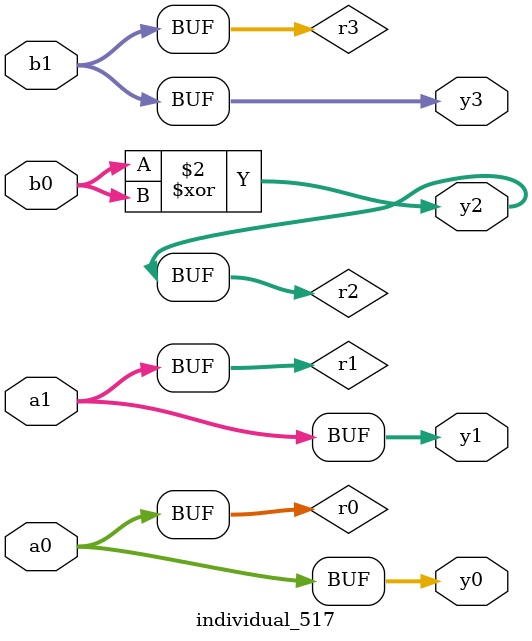
<source format=sv>
module individual_517(input logic [15:0] a1, input logic [15:0] a0, input logic [15:0] b1, input logic [15:0] b0, output logic [15:0] y3, output logic [15:0] y2, output logic [15:0] y1, output logic [15:0] y0);
logic [15:0] r0, r1, r2, r3; 
 always@(*) begin 
	 r0 = a0; r1 = a1; r2 = b0; r3 = b1; 
 	 r2  ^=  r2 ;
 	 y3 = r3; y2 = r2; y1 = r1; y0 = r0; 
end
endmodule
</source>
